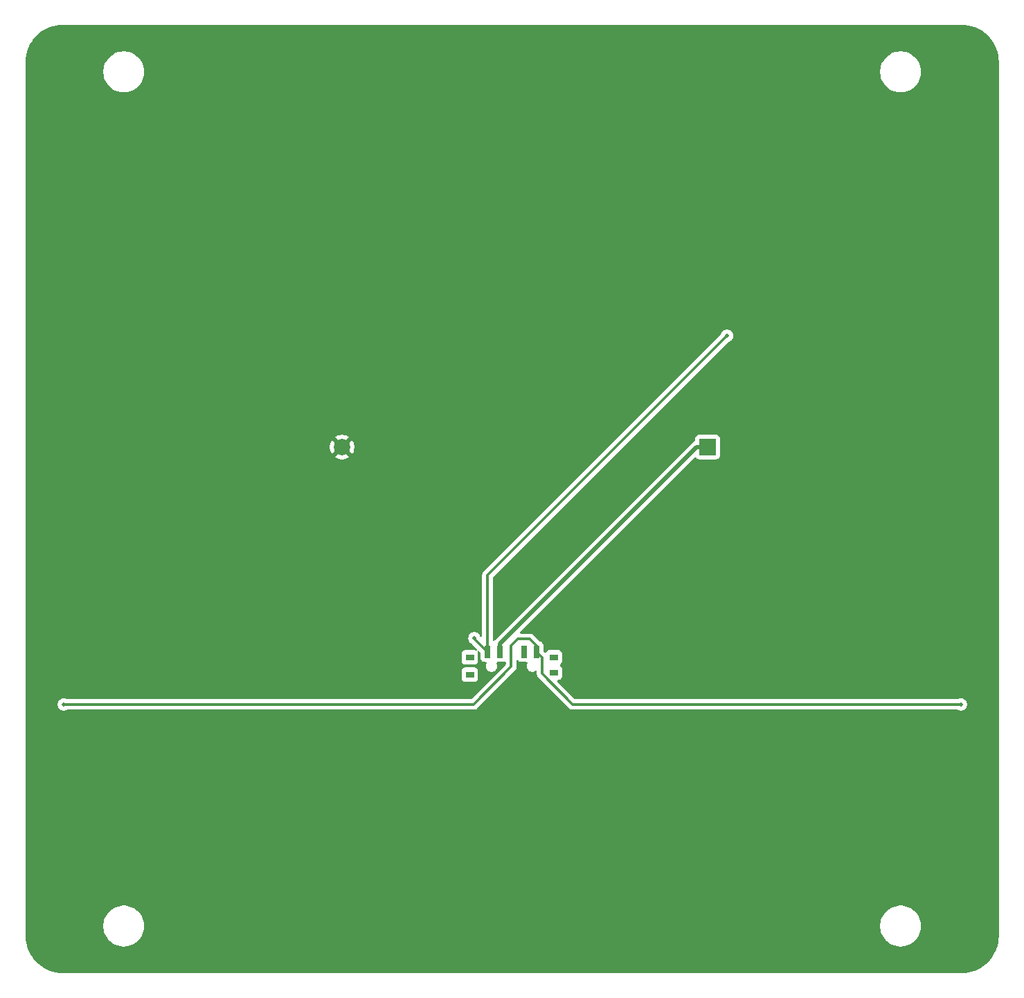
<source format=gbl>
G04 #@! TF.GenerationSoftware,KiCad,Pcbnew,9.0.0*
G04 #@! TF.CreationDate,2025-03-25T13:13:44-05:00*
G04 #@! TF.ProjectId,Armor_Plate,41726d6f-725f-4506-9c61-74652e6b6963,rev?*
G04 #@! TF.SameCoordinates,Original*
G04 #@! TF.FileFunction,Copper,L2,Bot*
G04 #@! TF.FilePolarity,Positive*
%FSLAX46Y46*%
G04 Gerber Fmt 4.6, Leading zero omitted, Abs format (unit mm)*
G04 Created by KiCad (PCBNEW 9.0.0) date 2025-03-25 13:13:44*
%MOMM*%
%LPD*%
G01*
G04 APERTURE LIST*
G04 #@! TA.AperFunction,SMDPad,CuDef*
%ADD10R,0.700000X1.500000*%
G04 #@! TD*
G04 #@! TA.AperFunction,SMDPad,CuDef*
%ADD11R,1.000000X0.800000*%
G04 #@! TD*
G04 #@! TA.AperFunction,ComponentPad*
%ADD12R,2.000000X2.000000*%
G04 #@! TD*
G04 #@! TA.AperFunction,ComponentPad*
%ADD13C,2.000000*%
G04 #@! TD*
G04 #@! TA.AperFunction,ViaPad*
%ADD14C,0.500000*%
G04 #@! TD*
G04 #@! TA.AperFunction,Conductor*
%ADD15C,0.500000*%
G04 #@! TD*
G04 #@! TA.AperFunction,Conductor*
%ADD16C,0.300000*%
G04 #@! TD*
G04 APERTURE END LIST*
D10*
X82920000Y-93690000D03*
X81420000Y-93690000D03*
X78420000Y-93690000D03*
X76920000Y-93690000D03*
D11*
X85070000Y-94390000D03*
X85070000Y-96230000D03*
X74770000Y-96490000D03*
X74770000Y-94390000D03*
D12*
X103850000Y-68650000D03*
D13*
X59150000Y-68650000D03*
D14*
X106220000Y-55040000D03*
X75320000Y-92040000D03*
X25120000Y-100140000D03*
X134820000Y-100140000D03*
D15*
X103850000Y-68650000D02*
X102510000Y-68650000D01*
X102510000Y-68650000D02*
X78420000Y-92740000D01*
X78420000Y-92740000D02*
X78420000Y-93690000D01*
D16*
X76920000Y-84340000D02*
X76920000Y-93690000D01*
X75320000Y-92090000D02*
X76920000Y-93690000D01*
X106220000Y-55040000D02*
X76920000Y-84340000D01*
X75320000Y-92040000D02*
X75320000Y-92090000D01*
X83620000Y-96382000D02*
X83620000Y-94390000D01*
X83620000Y-94390000D02*
X82920000Y-93690000D01*
X25120000Y-100140000D02*
X75220000Y-100140000D01*
X87378000Y-100140000D02*
X83620000Y-96382000D01*
X75220000Y-100140000D02*
X79820000Y-95540000D01*
X79820000Y-92940000D02*
X80620000Y-92140000D01*
X82920000Y-92940000D02*
X82920000Y-93690000D01*
X79820000Y-95540000D02*
X79820000Y-92940000D01*
X82120000Y-92140000D02*
X82920000Y-92940000D01*
X80620000Y-92140000D02*
X82120000Y-92140000D01*
X134820000Y-100140000D02*
X87378000Y-100140000D01*
G04 #@! TA.AperFunction,Conductor*
G36*
X134952702Y-17000617D02*
G01*
X135336771Y-17017386D01*
X135347506Y-17018326D01*
X135725971Y-17068152D01*
X135736597Y-17070025D01*
X136109284Y-17152648D01*
X136119710Y-17155442D01*
X136483765Y-17270227D01*
X136493911Y-17273920D01*
X136846578Y-17420000D01*
X136856369Y-17424566D01*
X137194942Y-17600816D01*
X137204310Y-17606224D01*
X137526244Y-17811318D01*
X137535105Y-17817523D01*
X137837930Y-18049889D01*
X137846217Y-18056843D01*
X138127635Y-18314715D01*
X138135284Y-18322364D01*
X138393156Y-18603782D01*
X138400110Y-18612069D01*
X138632476Y-18914894D01*
X138638681Y-18923755D01*
X138843775Y-19245689D01*
X138849183Y-19255057D01*
X139025430Y-19593623D01*
X139030002Y-19603427D01*
X139176075Y-19956078D01*
X139179775Y-19966244D01*
X139294554Y-20330278D01*
X139297354Y-20340727D01*
X139379971Y-20713389D01*
X139381849Y-20724042D01*
X139431671Y-21102473D01*
X139432614Y-21113249D01*
X139449382Y-21497297D01*
X139449500Y-21502706D01*
X139449500Y-128497293D01*
X139449382Y-128502702D01*
X139432614Y-128886750D01*
X139431671Y-128897526D01*
X139381849Y-129275957D01*
X139379971Y-129286610D01*
X139297354Y-129659272D01*
X139294554Y-129669721D01*
X139179775Y-130033755D01*
X139176075Y-130043921D01*
X139030002Y-130396572D01*
X139025430Y-130406376D01*
X138849183Y-130744942D01*
X138843775Y-130754310D01*
X138638681Y-131076244D01*
X138632476Y-131085105D01*
X138400110Y-131387930D01*
X138393156Y-131396217D01*
X138135284Y-131677635D01*
X138127635Y-131685284D01*
X137846217Y-131943156D01*
X137837930Y-131950110D01*
X137535105Y-132182476D01*
X137526244Y-132188681D01*
X137204310Y-132393775D01*
X137194942Y-132399183D01*
X136856376Y-132575430D01*
X136846572Y-132580002D01*
X136493921Y-132726075D01*
X136483755Y-132729775D01*
X136119721Y-132844554D01*
X136109272Y-132847354D01*
X135736610Y-132929971D01*
X135725957Y-132931849D01*
X135347526Y-132981671D01*
X135336750Y-132982614D01*
X134952703Y-132999382D01*
X134947294Y-132999500D01*
X24952706Y-132999500D01*
X24947297Y-132999382D01*
X24563249Y-132982614D01*
X24552473Y-132981671D01*
X24174042Y-132931849D01*
X24163389Y-132929971D01*
X23790727Y-132847354D01*
X23780278Y-132844554D01*
X23416244Y-132729775D01*
X23406078Y-132726075D01*
X23053427Y-132580002D01*
X23043623Y-132575430D01*
X22705057Y-132399183D01*
X22695689Y-132393775D01*
X22373755Y-132188681D01*
X22364894Y-132182476D01*
X22062069Y-131950110D01*
X22053782Y-131943156D01*
X21772364Y-131685284D01*
X21764715Y-131677635D01*
X21506843Y-131396217D01*
X21499889Y-131387930D01*
X21267523Y-131085105D01*
X21261318Y-131076244D01*
X21056224Y-130754310D01*
X21050816Y-130744942D01*
X20874569Y-130406376D01*
X20869997Y-130396572D01*
X20723924Y-130043921D01*
X20720224Y-130033755D01*
X20605442Y-129669710D01*
X20602648Y-129659284D01*
X20520025Y-129286597D01*
X20518152Y-129275971D01*
X20468326Y-128897506D01*
X20467386Y-128886771D01*
X20450618Y-128502702D01*
X20450500Y-128497293D01*
X20450500Y-127109568D01*
X29949500Y-127109568D01*
X29949500Y-127390431D01*
X29980942Y-127669494D01*
X29980945Y-127669512D01*
X30043439Y-127943317D01*
X30043443Y-127943329D01*
X30136200Y-128208411D01*
X30258053Y-128461442D01*
X30258055Y-128461445D01*
X30407477Y-128699248D01*
X30430009Y-128727502D01*
X30565598Y-128897526D01*
X30582584Y-128918825D01*
X30781175Y-129117416D01*
X31000752Y-129292523D01*
X31238555Y-129441945D01*
X31491592Y-129563801D01*
X31680069Y-129629752D01*
X31756670Y-129656556D01*
X31756682Y-129656560D01*
X32030491Y-129719055D01*
X32030497Y-129719055D01*
X32030505Y-129719057D01*
X32216547Y-129740018D01*
X32309569Y-129750499D01*
X32309572Y-129750500D01*
X32309575Y-129750500D01*
X32590428Y-129750500D01*
X32590429Y-129750499D01*
X32733055Y-129734429D01*
X32869494Y-129719057D01*
X32869499Y-129719056D01*
X32869509Y-129719055D01*
X33143318Y-129656560D01*
X33408408Y-129563801D01*
X33661445Y-129441945D01*
X33899248Y-129292523D01*
X34118825Y-129117416D01*
X34317416Y-128918825D01*
X34492523Y-128699248D01*
X34641945Y-128461445D01*
X34763801Y-128208408D01*
X34856560Y-127943318D01*
X34919055Y-127669509D01*
X34950500Y-127390425D01*
X34950500Y-127109575D01*
X34950499Y-127109568D01*
X124949500Y-127109568D01*
X124949500Y-127390431D01*
X124980942Y-127669494D01*
X124980945Y-127669512D01*
X125043439Y-127943317D01*
X125043443Y-127943329D01*
X125136200Y-128208411D01*
X125258053Y-128461442D01*
X125258055Y-128461445D01*
X125407477Y-128699248D01*
X125430009Y-128727502D01*
X125565598Y-128897526D01*
X125582584Y-128918825D01*
X125781175Y-129117416D01*
X126000752Y-129292523D01*
X126238555Y-129441945D01*
X126491592Y-129563801D01*
X126680069Y-129629752D01*
X126756670Y-129656556D01*
X126756682Y-129656560D01*
X127030491Y-129719055D01*
X127030497Y-129719055D01*
X127030505Y-129719057D01*
X127216547Y-129740018D01*
X127309569Y-129750499D01*
X127309572Y-129750500D01*
X127309575Y-129750500D01*
X127590428Y-129750500D01*
X127590429Y-129750499D01*
X127733055Y-129734429D01*
X127869494Y-129719057D01*
X127869499Y-129719056D01*
X127869509Y-129719055D01*
X128143318Y-129656560D01*
X128408408Y-129563801D01*
X128661445Y-129441945D01*
X128899248Y-129292523D01*
X129118825Y-129117416D01*
X129317416Y-128918825D01*
X129492523Y-128699248D01*
X129641945Y-128461445D01*
X129763801Y-128208408D01*
X129856560Y-127943318D01*
X129919055Y-127669509D01*
X129950500Y-127390425D01*
X129950500Y-127109575D01*
X129919055Y-126830491D01*
X129856560Y-126556682D01*
X129763801Y-126291592D01*
X129641945Y-126038555D01*
X129492523Y-125800752D01*
X129317416Y-125581175D01*
X129118825Y-125382584D01*
X128899248Y-125207477D01*
X128661445Y-125058055D01*
X128661442Y-125058053D01*
X128408411Y-124936200D01*
X128143329Y-124843443D01*
X128143317Y-124843439D01*
X127869512Y-124780945D01*
X127869494Y-124780942D01*
X127590431Y-124749500D01*
X127590425Y-124749500D01*
X127309575Y-124749500D01*
X127309568Y-124749500D01*
X127030505Y-124780942D01*
X127030487Y-124780945D01*
X126756682Y-124843439D01*
X126756670Y-124843443D01*
X126491588Y-124936200D01*
X126238557Y-125058053D01*
X126000753Y-125207476D01*
X125781175Y-125382583D01*
X125582583Y-125581175D01*
X125407476Y-125800753D01*
X125258053Y-126038557D01*
X125136200Y-126291588D01*
X125043443Y-126556670D01*
X125043439Y-126556682D01*
X124980945Y-126830487D01*
X124980942Y-126830505D01*
X124949500Y-127109568D01*
X34950499Y-127109568D01*
X34919055Y-126830491D01*
X34856560Y-126556682D01*
X34763801Y-126291592D01*
X34641945Y-126038555D01*
X34492523Y-125800752D01*
X34317416Y-125581175D01*
X34118825Y-125382584D01*
X33899248Y-125207477D01*
X33661445Y-125058055D01*
X33661442Y-125058053D01*
X33408411Y-124936200D01*
X33143329Y-124843443D01*
X33143317Y-124843439D01*
X32869512Y-124780945D01*
X32869494Y-124780942D01*
X32590431Y-124749500D01*
X32590425Y-124749500D01*
X32309575Y-124749500D01*
X32309568Y-124749500D01*
X32030505Y-124780942D01*
X32030487Y-124780945D01*
X31756682Y-124843439D01*
X31756670Y-124843443D01*
X31491588Y-124936200D01*
X31238557Y-125058053D01*
X31000753Y-125207476D01*
X30781175Y-125382583D01*
X30582583Y-125581175D01*
X30407476Y-125800753D01*
X30258053Y-126038557D01*
X30136200Y-126291588D01*
X30043443Y-126556670D01*
X30043439Y-126556682D01*
X29980945Y-126830487D01*
X29980942Y-126830505D01*
X29949500Y-127109568D01*
X20450500Y-127109568D01*
X20450500Y-100213920D01*
X24369499Y-100213920D01*
X24398340Y-100358907D01*
X24398343Y-100358917D01*
X24454912Y-100495488D01*
X24454919Y-100495501D01*
X24537048Y-100618415D01*
X24537051Y-100618419D01*
X24641580Y-100722948D01*
X24641584Y-100722951D01*
X24764498Y-100805080D01*
X24764511Y-100805087D01*
X24901082Y-100861656D01*
X24901087Y-100861658D01*
X24901091Y-100861658D01*
X24901092Y-100861659D01*
X25046079Y-100890500D01*
X25046082Y-100890500D01*
X25193920Y-100890500D01*
X25291462Y-100871096D01*
X25338913Y-100861658D01*
X25475495Y-100805084D01*
X25475496Y-100805083D01*
X25481122Y-100802753D01*
X25481479Y-100803614D01*
X25533840Y-100790500D01*
X75284071Y-100790500D01*
X75368615Y-100773682D01*
X75409744Y-100765501D01*
X75528127Y-100716465D01*
X75634669Y-100645277D01*
X80325276Y-95954670D01*
X80396465Y-95848127D01*
X80445501Y-95729744D01*
X80446212Y-95726168D01*
X80446942Y-95722505D01*
X80470499Y-95604073D01*
X80470500Y-95604071D01*
X80470500Y-94846893D01*
X80490185Y-94779854D01*
X80542989Y-94734099D01*
X80612147Y-94724155D01*
X80675703Y-94753180D01*
X80693765Y-94772581D01*
X80699210Y-94779854D01*
X80712454Y-94797546D01*
X80712455Y-94797547D01*
X80827664Y-94883793D01*
X80827671Y-94883797D01*
X80962517Y-94934091D01*
X80962516Y-94934091D01*
X80969444Y-94934835D01*
X81022127Y-94940500D01*
X81683105Y-94940499D01*
X81750144Y-94960183D01*
X81795899Y-95012987D01*
X81805843Y-95082146D01*
X81797666Y-95111951D01*
X81746421Y-95235667D01*
X81746418Y-95235677D01*
X81719500Y-95371004D01*
X81719500Y-95371007D01*
X81719500Y-95508993D01*
X81719500Y-95508995D01*
X81719499Y-95508995D01*
X81746418Y-95644322D01*
X81746421Y-95644332D01*
X81799221Y-95771804D01*
X81799228Y-95771817D01*
X81875885Y-95886541D01*
X81875888Y-95886545D01*
X81973454Y-95984111D01*
X81973458Y-95984114D01*
X82088182Y-96060771D01*
X82088195Y-96060778D01*
X82215667Y-96113578D01*
X82215672Y-96113580D01*
X82215676Y-96113580D01*
X82215677Y-96113581D01*
X82351004Y-96140500D01*
X82351007Y-96140500D01*
X82488995Y-96140500D01*
X82580041Y-96122389D01*
X82624328Y-96113580D01*
X82751811Y-96060775D01*
X82751817Y-96060771D01*
X82776609Y-96044206D01*
X82843286Y-96023328D01*
X82910666Y-96041812D01*
X82957357Y-96093791D01*
X82969500Y-96147308D01*
X82969500Y-96446069D01*
X82969500Y-96446071D01*
X82969499Y-96446071D01*
X82994497Y-96571738D01*
X82994499Y-96571744D01*
X83043534Y-96690125D01*
X83114726Y-96796673D01*
X86963325Y-100645272D01*
X86963331Y-100645277D01*
X87069874Y-100716466D01*
X87139221Y-100745189D01*
X87188256Y-100765501D01*
X87188259Y-100765501D01*
X87188260Y-100765502D01*
X87313928Y-100790500D01*
X87313931Y-100790500D01*
X134406160Y-100790500D01*
X134458520Y-100803614D01*
X134458878Y-100802753D01*
X134464504Y-100805083D01*
X134464505Y-100805084D01*
X134601087Y-100861658D01*
X134601091Y-100861658D01*
X134601092Y-100861659D01*
X134746079Y-100890500D01*
X134746082Y-100890500D01*
X134893920Y-100890500D01*
X134991462Y-100871096D01*
X135038913Y-100861658D01*
X135175495Y-100805084D01*
X135298416Y-100722951D01*
X135402951Y-100618416D01*
X135485084Y-100495495D01*
X135541658Y-100358913D01*
X135570500Y-100213918D01*
X135570500Y-100066082D01*
X135570500Y-100066079D01*
X135541659Y-99921092D01*
X135541658Y-99921091D01*
X135541658Y-99921087D01*
X135541656Y-99921082D01*
X135485087Y-99784511D01*
X135485080Y-99784498D01*
X135402951Y-99661584D01*
X135402948Y-99661580D01*
X135298419Y-99557051D01*
X135298415Y-99557048D01*
X135175501Y-99474919D01*
X135175488Y-99474912D01*
X135038917Y-99418343D01*
X135038907Y-99418340D01*
X134893920Y-99389500D01*
X134893918Y-99389500D01*
X134746082Y-99389500D01*
X134746080Y-99389500D01*
X134601092Y-99418340D01*
X134601086Y-99418342D01*
X134458878Y-99477247D01*
X134458520Y-99476385D01*
X134406160Y-99489500D01*
X87698808Y-99489500D01*
X87631769Y-99469815D01*
X87611127Y-99453181D01*
X85500126Y-97342180D01*
X85466641Y-97280857D01*
X85471625Y-97211165D01*
X85513497Y-97155232D01*
X85578961Y-97130815D01*
X85587807Y-97130499D01*
X85617871Y-97130499D01*
X85617872Y-97130499D01*
X85677483Y-97124091D01*
X85812331Y-97073796D01*
X85927546Y-96987546D01*
X86013796Y-96872331D01*
X86064091Y-96737483D01*
X86070500Y-96677873D01*
X86070499Y-95782128D01*
X86064091Y-95722517D01*
X86035627Y-95646202D01*
X86013797Y-95587671D01*
X86013793Y-95587664D01*
X85927547Y-95472456D01*
X85927548Y-95472456D01*
X85927546Y-95472454D01*
X85843136Y-95409265D01*
X85801267Y-95353333D01*
X85796283Y-95283641D01*
X85829768Y-95222318D01*
X85843130Y-95210739D01*
X85927546Y-95147546D01*
X86013796Y-95032331D01*
X86064091Y-94897483D01*
X86070500Y-94837873D01*
X86070499Y-93942128D01*
X86064091Y-93882517D01*
X86037345Y-93810808D01*
X86013797Y-93747671D01*
X86013793Y-93747664D01*
X85927547Y-93632455D01*
X85927544Y-93632452D01*
X85812335Y-93546206D01*
X85812328Y-93546202D01*
X85677482Y-93495908D01*
X85677483Y-93495908D01*
X85617883Y-93489501D01*
X85617881Y-93489500D01*
X85617873Y-93489500D01*
X85617864Y-93489500D01*
X84522129Y-93489500D01*
X84522123Y-93489501D01*
X84462516Y-93495908D01*
X84327671Y-93546202D01*
X84327664Y-93546206D01*
X84212455Y-93632452D01*
X84212452Y-93632455D01*
X84126201Y-93747671D01*
X84124847Y-93750151D01*
X84122851Y-93752146D01*
X84120888Y-93754769D01*
X84120510Y-93754486D01*
X84106163Y-93768830D01*
X84090331Y-93789980D01*
X84081843Y-93793145D01*
X84075437Y-93799551D01*
X84049621Y-93805164D01*
X84024867Y-93814397D01*
X84016014Y-93812471D01*
X84007162Y-93814396D01*
X83982408Y-93805160D01*
X83956594Y-93799545D01*
X83945900Y-93791539D01*
X83941701Y-93789973D01*
X83928340Y-93778394D01*
X83806818Y-93656872D01*
X83773333Y-93595549D01*
X83770499Y-93569191D01*
X83770499Y-92892129D01*
X83770498Y-92892123D01*
X83764091Y-92832516D01*
X83713797Y-92697671D01*
X83713793Y-92697664D01*
X83627547Y-92582455D01*
X83627544Y-92582452D01*
X83512335Y-92496206D01*
X83512326Y-92496201D01*
X83377484Y-92445909D01*
X83370328Y-92444218D01*
X83311170Y-92411224D01*
X82534674Y-91634727D01*
X82534673Y-91634726D01*
X82534669Y-91634723D01*
X82428127Y-91563535D01*
X82423407Y-91561580D01*
X82379089Y-91543223D01*
X82309744Y-91514499D01*
X82309742Y-91514498D01*
X82309741Y-91514498D01*
X82304903Y-91513536D01*
X82304898Y-91513535D01*
X82184071Y-91489500D01*
X82184069Y-91489500D01*
X81031230Y-91489500D01*
X80964191Y-91469815D01*
X80918436Y-91417011D01*
X80908492Y-91347853D01*
X80937517Y-91284297D01*
X80943549Y-91277819D01*
X81148970Y-91072397D01*
X102271980Y-69949386D01*
X102333301Y-69915903D01*
X102402993Y-69920887D01*
X102458925Y-69962757D01*
X102492455Y-70007547D01*
X102607664Y-70093793D01*
X102607671Y-70093797D01*
X102742517Y-70144091D01*
X102742516Y-70144091D01*
X102749444Y-70144835D01*
X102802127Y-70150500D01*
X104897872Y-70150499D01*
X104957483Y-70144091D01*
X105092331Y-70093796D01*
X105207546Y-70007546D01*
X105293796Y-69892331D01*
X105344091Y-69757483D01*
X105350500Y-69697873D01*
X105350499Y-67602128D01*
X105344091Y-67542517D01*
X105293796Y-67407669D01*
X105293795Y-67407668D01*
X105293793Y-67407664D01*
X105207547Y-67292455D01*
X105207544Y-67292452D01*
X105092335Y-67206206D01*
X105092328Y-67206202D01*
X104957482Y-67155908D01*
X104957483Y-67155908D01*
X104897883Y-67149501D01*
X104897881Y-67149500D01*
X104897873Y-67149500D01*
X104897864Y-67149500D01*
X102802129Y-67149500D01*
X102802123Y-67149501D01*
X102742516Y-67155908D01*
X102607671Y-67206202D01*
X102607664Y-67206206D01*
X102492455Y-67292452D01*
X102492452Y-67292455D01*
X102406206Y-67407664D01*
X102406202Y-67407671D01*
X102355908Y-67542517D01*
X102349501Y-67602116D01*
X102349501Y-67602123D01*
X102349500Y-67602135D01*
X102349500Y-67821292D01*
X102329815Y-67888331D01*
X102277011Y-67934086D01*
X102272952Y-67935853D01*
X102211081Y-67961479D01*
X102211082Y-67961480D01*
X102154504Y-67984916D01*
X102154503Y-67984916D01*
X102123183Y-68005844D01*
X102031585Y-68067046D01*
X102031578Y-68067052D01*
X77837049Y-92261582D01*
X77837045Y-92261586D01*
X77818396Y-92289498D01*
X77818395Y-92289501D01*
X77797601Y-92320621D01*
X77743991Y-92365425D01*
X77674666Y-92374133D01*
X77611638Y-92343979D01*
X77574919Y-92284537D01*
X77570500Y-92251730D01*
X77570500Y-84660807D01*
X77590185Y-84593768D01*
X77606814Y-84573131D01*
X106387344Y-55792600D01*
X106433642Y-55764852D01*
X106433285Y-55763989D01*
X106575488Y-55705087D01*
X106575488Y-55705086D01*
X106575495Y-55705084D01*
X106698416Y-55622951D01*
X106802951Y-55518416D01*
X106885084Y-55395495D01*
X106941658Y-55258913D01*
X106970500Y-55113918D01*
X106970500Y-54966082D01*
X106970500Y-54966079D01*
X106941659Y-54821092D01*
X106941658Y-54821091D01*
X106941658Y-54821087D01*
X106941656Y-54821082D01*
X106885087Y-54684511D01*
X106885080Y-54684498D01*
X106802951Y-54561584D01*
X106802948Y-54561580D01*
X106698419Y-54457051D01*
X106698415Y-54457048D01*
X106575501Y-54374919D01*
X106575488Y-54374912D01*
X106438917Y-54318343D01*
X106438907Y-54318340D01*
X106293920Y-54289500D01*
X106293918Y-54289500D01*
X106146082Y-54289500D01*
X106146080Y-54289500D01*
X106001092Y-54318340D01*
X106001082Y-54318343D01*
X105864511Y-54374912D01*
X105864498Y-54374919D01*
X105741584Y-54457048D01*
X105741580Y-54457051D01*
X105637051Y-54561580D01*
X105637048Y-54561584D01*
X105554919Y-54684498D01*
X105554914Y-54684507D01*
X105496011Y-54826714D01*
X105495149Y-54826357D01*
X105467398Y-54872654D01*
X76414726Y-83925326D01*
X76343534Y-84031874D01*
X76294499Y-84150255D01*
X76294497Y-84150261D01*
X76269500Y-84275928D01*
X76269500Y-91747756D01*
X76249815Y-91814795D01*
X76197011Y-91860550D01*
X76127853Y-91870494D01*
X76064297Y-91841469D01*
X76030939Y-91795209D01*
X75985085Y-91684507D01*
X75985080Y-91684498D01*
X75902951Y-91561584D01*
X75902948Y-91561580D01*
X75798419Y-91457051D01*
X75798415Y-91457048D01*
X75675501Y-91374919D01*
X75675488Y-91374912D01*
X75538917Y-91318343D01*
X75538907Y-91318340D01*
X75393920Y-91289500D01*
X75393918Y-91289500D01*
X75246082Y-91289500D01*
X75246080Y-91289500D01*
X75101092Y-91318340D01*
X75101082Y-91318343D01*
X74964511Y-91374912D01*
X74964498Y-91374919D01*
X74841584Y-91457048D01*
X74841580Y-91457051D01*
X74737051Y-91561580D01*
X74737048Y-91561584D01*
X74654919Y-91684498D01*
X74654912Y-91684511D01*
X74598343Y-91821082D01*
X74598340Y-91821092D01*
X74569500Y-91966079D01*
X74569500Y-91966082D01*
X74569500Y-92113918D01*
X74569500Y-92113920D01*
X74569499Y-92113920D01*
X74598340Y-92258907D01*
X74598343Y-92258917D01*
X74654912Y-92395488D01*
X74654919Y-92395501D01*
X74737048Y-92518415D01*
X74737051Y-92518419D01*
X74841580Y-92622948D01*
X74841588Y-92622954D01*
X74964494Y-92705077D01*
X74964498Y-92705079D01*
X74964505Y-92705084D01*
X74964508Y-92705085D01*
X74964511Y-92705087D01*
X75028152Y-92731447D01*
X75068381Y-92758327D01*
X75660111Y-93350057D01*
X75693596Y-93411380D01*
X75688612Y-93481072D01*
X75646740Y-93537005D01*
X75581276Y-93561422D01*
X75521010Y-93548313D01*
X75520641Y-93549303D01*
X75513756Y-93546735D01*
X75513006Y-93546572D01*
X75512331Y-93546203D01*
X75377482Y-93495908D01*
X75377483Y-93495908D01*
X75317883Y-93489501D01*
X75317881Y-93489500D01*
X75317873Y-93489500D01*
X75317864Y-93489500D01*
X74222129Y-93489500D01*
X74222123Y-93489501D01*
X74162516Y-93495908D01*
X74027671Y-93546202D01*
X74027664Y-93546206D01*
X73912455Y-93632452D01*
X73912452Y-93632455D01*
X73826206Y-93747664D01*
X73826202Y-93747671D01*
X73775908Y-93882517D01*
X73771691Y-93921745D01*
X73769501Y-93942123D01*
X73769500Y-93942135D01*
X73769500Y-94837870D01*
X73769501Y-94837876D01*
X73775908Y-94897483D01*
X73826202Y-95032328D01*
X73826206Y-95032335D01*
X73912452Y-95147544D01*
X73912455Y-95147547D01*
X74027664Y-95233793D01*
X74027671Y-95233797D01*
X74162517Y-95284091D01*
X74162516Y-95284091D01*
X74169444Y-95284835D01*
X74222127Y-95290500D01*
X75317872Y-95290499D01*
X75377483Y-95284091D01*
X75512331Y-95233796D01*
X75627546Y-95147546D01*
X75713796Y-95032331D01*
X75764091Y-94897483D01*
X75770500Y-94837873D01*
X75770499Y-93942128D01*
X75764091Y-93882517D01*
X75737966Y-93812471D01*
X75713795Y-93747665D01*
X75713430Y-93746997D01*
X75713267Y-93746252D01*
X75710697Y-93739359D01*
X75711687Y-93738989D01*
X75698577Y-93678724D01*
X75722993Y-93613260D01*
X75778926Y-93571388D01*
X75848618Y-93566402D01*
X75909941Y-93599887D01*
X76033181Y-93723127D01*
X76066666Y-93784450D01*
X76069500Y-93810808D01*
X76069500Y-94487870D01*
X76069501Y-94487876D01*
X76075908Y-94547483D01*
X76126202Y-94682328D01*
X76126206Y-94682335D01*
X76212452Y-94797544D01*
X76212455Y-94797547D01*
X76327664Y-94883793D01*
X76327671Y-94883797D01*
X76331964Y-94885398D01*
X76462517Y-94934091D01*
X76522127Y-94940500D01*
X76683105Y-94940499D01*
X76750143Y-94960183D01*
X76795898Y-95012987D01*
X76805842Y-95082145D01*
X76797666Y-95111950D01*
X76746420Y-95235672D01*
X76746418Y-95235677D01*
X76719500Y-95371004D01*
X76719500Y-95371007D01*
X76719500Y-95508993D01*
X76719500Y-95508995D01*
X76719499Y-95508995D01*
X76746418Y-95644322D01*
X76746421Y-95644332D01*
X76799221Y-95771804D01*
X76799228Y-95771817D01*
X76875885Y-95886541D01*
X76875888Y-95886545D01*
X76973454Y-95984111D01*
X76973458Y-95984114D01*
X77088182Y-96060771D01*
X77088195Y-96060778D01*
X77215667Y-96113578D01*
X77215672Y-96113580D01*
X77215676Y-96113580D01*
X77215677Y-96113581D01*
X77351004Y-96140500D01*
X77351007Y-96140500D01*
X77488995Y-96140500D01*
X77580041Y-96122389D01*
X77624328Y-96113580D01*
X77751811Y-96060775D01*
X77866542Y-95984114D01*
X77964114Y-95886542D01*
X78040775Y-95771811D01*
X78093580Y-95644328D01*
X78120500Y-95508993D01*
X78120500Y-95371007D01*
X78120500Y-95371004D01*
X78093581Y-95235677D01*
X78093580Y-95235676D01*
X78093580Y-95235672D01*
X78057078Y-95147547D01*
X78042334Y-95111951D01*
X78034865Y-95042482D01*
X78066140Y-94980003D01*
X78126230Y-94944351D01*
X78156888Y-94940499D01*
X78817872Y-94940499D01*
X78877483Y-94934091D01*
X79002167Y-94887587D01*
X79032775Y-94885398D01*
X79063147Y-94881031D01*
X79067302Y-94882928D01*
X79071859Y-94882603D01*
X79098791Y-94897309D01*
X79126703Y-94910056D01*
X79129172Y-94913898D01*
X79133182Y-94916088D01*
X79147888Y-94943021D01*
X79164477Y-94968834D01*
X79165368Y-94975034D01*
X79166666Y-94977411D01*
X79169500Y-95003769D01*
X79169500Y-95219192D01*
X79149815Y-95286231D01*
X79133181Y-95306873D01*
X74986873Y-99453181D01*
X74925550Y-99486666D01*
X74899192Y-99489500D01*
X25533840Y-99489500D01*
X25481479Y-99476385D01*
X25481122Y-99477247D01*
X25475495Y-99474916D01*
X25338913Y-99418342D01*
X25338907Y-99418340D01*
X25193920Y-99389500D01*
X25193918Y-99389500D01*
X25046082Y-99389500D01*
X25046080Y-99389500D01*
X24901092Y-99418340D01*
X24901082Y-99418343D01*
X24764511Y-99474912D01*
X24764498Y-99474919D01*
X24641584Y-99557048D01*
X24641580Y-99557051D01*
X24537051Y-99661580D01*
X24537048Y-99661584D01*
X24454919Y-99784498D01*
X24454912Y-99784511D01*
X24398343Y-99921082D01*
X24398340Y-99921092D01*
X24369500Y-100066079D01*
X24369500Y-100066082D01*
X24369500Y-100213918D01*
X24369500Y-100213920D01*
X24369499Y-100213920D01*
X20450500Y-100213920D01*
X20450500Y-96042135D01*
X73769500Y-96042135D01*
X73769500Y-96937870D01*
X73769501Y-96937876D01*
X73775908Y-96997483D01*
X73826202Y-97132328D01*
X73826206Y-97132335D01*
X73912452Y-97247544D01*
X73912455Y-97247547D01*
X74027664Y-97333793D01*
X74027671Y-97333797D01*
X74162517Y-97384091D01*
X74162516Y-97384091D01*
X74169444Y-97384835D01*
X74222127Y-97390500D01*
X75317872Y-97390499D01*
X75377483Y-97384091D01*
X75512331Y-97333796D01*
X75627546Y-97247546D01*
X75713796Y-97132331D01*
X75764091Y-96997483D01*
X75770500Y-96937873D01*
X75770499Y-96042128D01*
X75764091Y-95982517D01*
X75728294Y-95886541D01*
X75713797Y-95847671D01*
X75713793Y-95847664D01*
X75627547Y-95732455D01*
X75627544Y-95732452D01*
X75512335Y-95646206D01*
X75512328Y-95646202D01*
X75377482Y-95595908D01*
X75377483Y-95595908D01*
X75317883Y-95589501D01*
X75317881Y-95589500D01*
X75317873Y-95589500D01*
X75317864Y-95589500D01*
X74222129Y-95589500D01*
X74222123Y-95589501D01*
X74162516Y-95595908D01*
X74027671Y-95646202D01*
X74027664Y-95646206D01*
X73912455Y-95732452D01*
X73912452Y-95732455D01*
X73826206Y-95847664D01*
X73826202Y-95847671D01*
X73775908Y-95982517D01*
X73771521Y-96023328D01*
X73769501Y-96042123D01*
X73769500Y-96042135D01*
X20450500Y-96042135D01*
X20450500Y-68531947D01*
X57650000Y-68531947D01*
X57650000Y-68768052D01*
X57686934Y-69001247D01*
X57759897Y-69225802D01*
X57867087Y-69436174D01*
X57927338Y-69519104D01*
X57927340Y-69519105D01*
X58658871Y-68787574D01*
X58674755Y-68846853D01*
X58741898Y-68963147D01*
X58836853Y-69058102D01*
X58953147Y-69125245D01*
X59012425Y-69141128D01*
X58280893Y-69872658D01*
X58363828Y-69932914D01*
X58574197Y-70040102D01*
X58798752Y-70113065D01*
X58798751Y-70113065D01*
X59031948Y-70150000D01*
X59268052Y-70150000D01*
X59501247Y-70113065D01*
X59725802Y-70040102D01*
X59936163Y-69932918D01*
X59936169Y-69932914D01*
X60019104Y-69872658D01*
X60019105Y-69872658D01*
X59287574Y-69141128D01*
X59346853Y-69125245D01*
X59463147Y-69058102D01*
X59558102Y-68963147D01*
X59625245Y-68846853D01*
X59641128Y-68787575D01*
X60372658Y-69519105D01*
X60372658Y-69519104D01*
X60432914Y-69436169D01*
X60432918Y-69436163D01*
X60540102Y-69225802D01*
X60613065Y-69001247D01*
X60650000Y-68768052D01*
X60650000Y-68531947D01*
X60613065Y-68298752D01*
X60540102Y-68074197D01*
X60432914Y-67863828D01*
X60372658Y-67780894D01*
X60372658Y-67780893D01*
X59641128Y-68512424D01*
X59625245Y-68453147D01*
X59558102Y-68336853D01*
X59463147Y-68241898D01*
X59346853Y-68174755D01*
X59287574Y-68158871D01*
X60019105Y-67427340D01*
X60019104Y-67427338D01*
X59936174Y-67367087D01*
X59725802Y-67259897D01*
X59501247Y-67186934D01*
X59501248Y-67186934D01*
X59268052Y-67150000D01*
X59031948Y-67150000D01*
X58798752Y-67186934D01*
X58574197Y-67259897D01*
X58363830Y-67367084D01*
X58280894Y-67427340D01*
X59012425Y-68158871D01*
X58953147Y-68174755D01*
X58836853Y-68241898D01*
X58741898Y-68336853D01*
X58674755Y-68453147D01*
X58658871Y-68512425D01*
X57927340Y-67780894D01*
X57867084Y-67863830D01*
X57759897Y-68074197D01*
X57686934Y-68298752D01*
X57650000Y-68531947D01*
X20450500Y-68531947D01*
X20450500Y-22609568D01*
X29949500Y-22609568D01*
X29949500Y-22890431D01*
X29980942Y-23169494D01*
X29980945Y-23169512D01*
X30043439Y-23443317D01*
X30043443Y-23443329D01*
X30136200Y-23708411D01*
X30258053Y-23961442D01*
X30258055Y-23961445D01*
X30407477Y-24199248D01*
X30582584Y-24418825D01*
X30781175Y-24617416D01*
X31000752Y-24792523D01*
X31238555Y-24941945D01*
X31491592Y-25063801D01*
X31690680Y-25133465D01*
X31756670Y-25156556D01*
X31756682Y-25156560D01*
X32030491Y-25219055D01*
X32030497Y-25219055D01*
X32030505Y-25219057D01*
X32216547Y-25240018D01*
X32309569Y-25250499D01*
X32309572Y-25250500D01*
X32309575Y-25250500D01*
X32590428Y-25250500D01*
X32590429Y-25250499D01*
X32733055Y-25234429D01*
X32869494Y-25219057D01*
X32869499Y-25219056D01*
X32869509Y-25219055D01*
X33143318Y-25156560D01*
X33408408Y-25063801D01*
X33661445Y-24941945D01*
X33899248Y-24792523D01*
X34118825Y-24617416D01*
X34317416Y-24418825D01*
X34492523Y-24199248D01*
X34641945Y-23961445D01*
X34763801Y-23708408D01*
X34856560Y-23443318D01*
X34919055Y-23169509D01*
X34950500Y-22890425D01*
X34950500Y-22609575D01*
X34950499Y-22609568D01*
X124949500Y-22609568D01*
X124949500Y-22890431D01*
X124980942Y-23169494D01*
X124980945Y-23169512D01*
X125043439Y-23443317D01*
X125043443Y-23443329D01*
X125136200Y-23708411D01*
X125258053Y-23961442D01*
X125258055Y-23961445D01*
X125407477Y-24199248D01*
X125582584Y-24418825D01*
X125781175Y-24617416D01*
X126000752Y-24792523D01*
X126238555Y-24941945D01*
X126491592Y-25063801D01*
X126690680Y-25133465D01*
X126756670Y-25156556D01*
X126756682Y-25156560D01*
X127030491Y-25219055D01*
X127030497Y-25219055D01*
X127030505Y-25219057D01*
X127216547Y-25240018D01*
X127309569Y-25250499D01*
X127309572Y-25250500D01*
X127309575Y-25250500D01*
X127590428Y-25250500D01*
X127590429Y-25250499D01*
X127733055Y-25234429D01*
X127869494Y-25219057D01*
X127869499Y-25219056D01*
X127869509Y-25219055D01*
X128143318Y-25156560D01*
X128408408Y-25063801D01*
X128661445Y-24941945D01*
X128899248Y-24792523D01*
X129118825Y-24617416D01*
X129317416Y-24418825D01*
X129492523Y-24199248D01*
X129641945Y-23961445D01*
X129763801Y-23708408D01*
X129856560Y-23443318D01*
X129919055Y-23169509D01*
X129950500Y-22890425D01*
X129950500Y-22609575D01*
X129919055Y-22330491D01*
X129856560Y-22056682D01*
X129763801Y-21791592D01*
X129641945Y-21538555D01*
X129492523Y-21300752D01*
X129317416Y-21081175D01*
X129118825Y-20882584D01*
X128899248Y-20707477D01*
X128661445Y-20558055D01*
X128661442Y-20558053D01*
X128408411Y-20436200D01*
X128143329Y-20343443D01*
X128143317Y-20343439D01*
X127869512Y-20280945D01*
X127869494Y-20280942D01*
X127590431Y-20249500D01*
X127590425Y-20249500D01*
X127309575Y-20249500D01*
X127309568Y-20249500D01*
X127030505Y-20280942D01*
X127030487Y-20280945D01*
X126756682Y-20343439D01*
X126756670Y-20343443D01*
X126491588Y-20436200D01*
X126238557Y-20558053D01*
X126000753Y-20707476D01*
X125781175Y-20882583D01*
X125582583Y-21081175D01*
X125407476Y-21300753D01*
X125258053Y-21538557D01*
X125136200Y-21791588D01*
X125043443Y-22056670D01*
X125043439Y-22056682D01*
X124980945Y-22330487D01*
X124980942Y-22330505D01*
X124949500Y-22609568D01*
X34950499Y-22609568D01*
X34919055Y-22330491D01*
X34856560Y-22056682D01*
X34763801Y-21791592D01*
X34641945Y-21538555D01*
X34492523Y-21300752D01*
X34317416Y-21081175D01*
X34118825Y-20882584D01*
X33899248Y-20707477D01*
X33661445Y-20558055D01*
X33661442Y-20558053D01*
X33408411Y-20436200D01*
X33143329Y-20343443D01*
X33143317Y-20343439D01*
X32869512Y-20280945D01*
X32869494Y-20280942D01*
X32590431Y-20249500D01*
X32590425Y-20249500D01*
X32309575Y-20249500D01*
X32309568Y-20249500D01*
X32030505Y-20280942D01*
X32030487Y-20280945D01*
X31756682Y-20343439D01*
X31756670Y-20343443D01*
X31491588Y-20436200D01*
X31238557Y-20558053D01*
X31000753Y-20707476D01*
X30781175Y-20882583D01*
X30582583Y-21081175D01*
X30407476Y-21300753D01*
X30258053Y-21538557D01*
X30136200Y-21791588D01*
X30043443Y-22056670D01*
X30043439Y-22056682D01*
X29980945Y-22330487D01*
X29980942Y-22330505D01*
X29949500Y-22609568D01*
X20450500Y-22609568D01*
X20450500Y-21502706D01*
X20450618Y-21497297D01*
X20459199Y-21300752D01*
X20467386Y-21113226D01*
X20468326Y-21102495D01*
X20518152Y-20724025D01*
X20520025Y-20713405D01*
X20602649Y-20340709D01*
X20605440Y-20330295D01*
X20720230Y-19966227D01*
X20723917Y-19956095D01*
X20870003Y-19603412D01*
X20874561Y-19593638D01*
X21050822Y-19255045D01*
X21056217Y-19245700D01*
X21261325Y-18923744D01*
X21267515Y-18914905D01*
X21499896Y-18612060D01*
X21506834Y-18603791D01*
X21764726Y-18322352D01*
X21772352Y-18314726D01*
X22053791Y-18056834D01*
X22062060Y-18049896D01*
X22364905Y-17817515D01*
X22373744Y-17811325D01*
X22695700Y-17606217D01*
X22705045Y-17600822D01*
X23043638Y-17424561D01*
X23053412Y-17420003D01*
X23406095Y-17273917D01*
X23416227Y-17270230D01*
X23780295Y-17155440D01*
X23790709Y-17152649D01*
X24163405Y-17070025D01*
X24174025Y-17068152D01*
X24552495Y-17018326D01*
X24563226Y-17017386D01*
X24947297Y-17000617D01*
X24952706Y-17000500D01*
X25015892Y-17000500D01*
X134884108Y-17000500D01*
X134947294Y-17000500D01*
X134952702Y-17000617D01*
G37*
G04 #@! TD.AperFunction*
M02*

</source>
